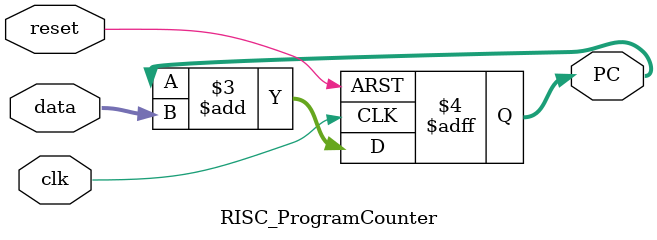
<source format=sv>

/******************************************************************
* Description
*
* Program Counter
*
* Author: Juan Antonio Serrano Gomez
* email : antonio.serrano@cinvestav.mx
* Date  :	09/06/2023
******************************************************************/

module RISC_ProgramCounter(input logic [2:0] data,
						   input logic clk,
						   input logic reset,
						   output logic [31:0] PC);

	always @ (negedge reset, posedge clk) begin
		if(!reset) PC <= 0;
		else PC <= PC + data;
	end
	
endmodule 
</source>
